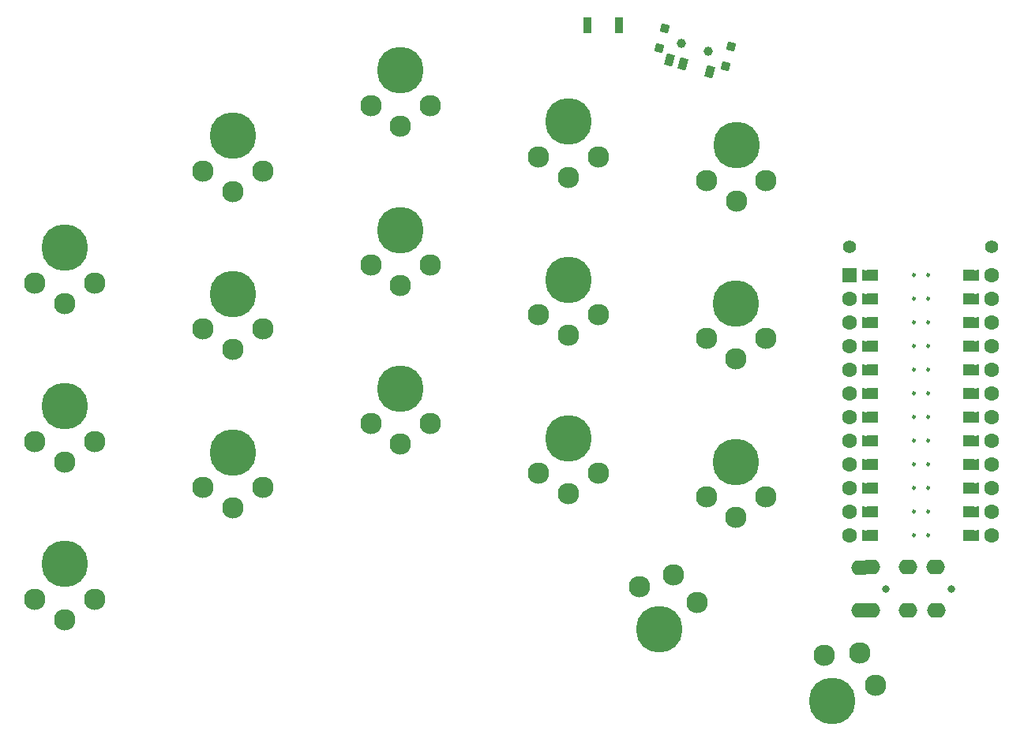
<source format=gbr>
%TF.GenerationSoftware,KiCad,Pcbnew,7.0.5*%
%TF.CreationDate,2023-09-03T18:34:12+02:00*%
%TF.ProjectId,half-swept,68616c66-2d73-4776-9570-742e6b696361,rev?*%
%TF.SameCoordinates,Original*%
%TF.FileFunction,Soldermask,Top*%
%TF.FilePolarity,Negative*%
%FSLAX46Y46*%
G04 Gerber Fmt 4.6, Leading zero omitted, Abs format (unit mm)*
G04 Created by KiCad (PCBNEW 7.0.5) date 2023-09-03 18:34:12*
%MOMM*%
%LPD*%
G01*
G04 APERTURE LIST*
G04 Aperture macros list*
%AMRotRect*
0 Rectangle, with rotation*
0 The origin of the aperture is its center*
0 $1 length*
0 $2 width*
0 $3 Rotation angle, in degrees counterclockwise*
0 Add horizontal line*
21,1,$1,$2,0,0,$3*%
%AMFreePoly0*
4,1,6,0.600000,0.200000,0.000000,-0.400000,-0.600000,0.200000,-0.600000,0.400000,0.600000,0.400000,0.600000,0.200000,0.600000,0.200000,$1*%
%AMFreePoly1*
4,1,6,0.600000,-0.250000,-0.600000,-0.250000,-0.600000,1.000000,0.000000,0.400000,0.600000,1.000000,0.600000,-0.250000,0.600000,-0.250000,$1*%
G04 Aperture macros list end*
%ADD10C,0.250000*%
%ADD11C,0.100000*%
%ADD12C,1.397000*%
%ADD13C,0.800000*%
%ADD14O,2.000000X1.600000*%
%ADD15C,5.000000*%
%ADD16C,2.300000*%
%ADD17C,1.600000*%
%ADD18FreePoly0,270.000000*%
%ADD19FreePoly0,90.000000*%
%ADD20R,1.600000X1.600000*%
%ADD21FreePoly1,90.000000*%
%ADD22FreePoly1,270.000000*%
%ADD23C,1.000000*%
%ADD24RotRect,0.900000X0.900000X344.500000*%
%ADD25RotRect,0.900000X1.250000X344.500000*%
%ADD26R,0.900000X1.700000*%
G04 APERTURE END LIST*
D10*
%TO.C,U1*%
X119759000Y-49022000D02*
G75*
G03*
X119759000Y-49022000I-125000J0D01*
G01*
X118235000Y-49022000D02*
G75*
G03*
X118235000Y-49022000I-125000J0D01*
G01*
X119759000Y-51562000D02*
G75*
G03*
X119759000Y-51562000I-125000J0D01*
G01*
X118235000Y-51562000D02*
G75*
G03*
X118235000Y-51562000I-125000J0D01*
G01*
X119759000Y-54102000D02*
G75*
G03*
X119759000Y-54102000I-125000J0D01*
G01*
X118235000Y-54102000D02*
G75*
G03*
X118235000Y-54102000I-125000J0D01*
G01*
X119759000Y-56642000D02*
G75*
G03*
X119759000Y-56642000I-125000J0D01*
G01*
X118235000Y-56642000D02*
G75*
G03*
X118235000Y-56642000I-125000J0D01*
G01*
X119759000Y-59182000D02*
G75*
G03*
X119759000Y-59182000I-125000J0D01*
G01*
X118235000Y-59182000D02*
G75*
G03*
X118235000Y-59182000I-125000J0D01*
G01*
X119759000Y-61722000D02*
G75*
G03*
X119759000Y-61722000I-125000J0D01*
G01*
X118235000Y-61722000D02*
G75*
G03*
X118235000Y-61722000I-125000J0D01*
G01*
X119759000Y-64262000D02*
G75*
G03*
X119759000Y-64262000I-125000J0D01*
G01*
X118235000Y-64262000D02*
G75*
G03*
X118235000Y-64262000I-125000J0D01*
G01*
X119759000Y-66802000D02*
G75*
G03*
X119759000Y-66802000I-125000J0D01*
G01*
X118235000Y-66802000D02*
G75*
G03*
X118235000Y-66802000I-125000J0D01*
G01*
X119759000Y-69342000D02*
G75*
G03*
X119759000Y-69342000I-125000J0D01*
G01*
X118235000Y-69342000D02*
G75*
G03*
X118235000Y-69342000I-125000J0D01*
G01*
X119759000Y-71882000D02*
G75*
G03*
X119759000Y-71882000I-125000J0D01*
G01*
X118235000Y-71882000D02*
G75*
G03*
X118235000Y-71882000I-125000J0D01*
G01*
X119759000Y-74422000D02*
G75*
G03*
X119759000Y-74422000I-125000J0D01*
G01*
X118235000Y-74422000D02*
G75*
G03*
X118235000Y-74422000I-125000J0D01*
G01*
X119759000Y-76962000D02*
G75*
G03*
X119759000Y-76962000I-125000J0D01*
G01*
X118235000Y-76962000D02*
G75*
G03*
X118235000Y-76962000I-125000J0D01*
G01*
D11*
X113792000Y-49530000D02*
X112776000Y-49530000D01*
X112776000Y-48514000D01*
X113792000Y-48514000D01*
X113792000Y-49530000D01*
G36*
X113792000Y-49530000D02*
G01*
X112776000Y-49530000D01*
X112776000Y-48514000D01*
X113792000Y-48514000D01*
X113792000Y-49530000D01*
G37*
X124968000Y-49530000D02*
X123952000Y-49530000D01*
X123952000Y-48514000D01*
X124968000Y-48514000D01*
X124968000Y-49530000D01*
G36*
X124968000Y-49530000D02*
G01*
X123952000Y-49530000D01*
X123952000Y-48514000D01*
X124968000Y-48514000D01*
X124968000Y-49530000D01*
G37*
X113792000Y-52070000D02*
X112776000Y-52070000D01*
X112776000Y-51054000D01*
X113792000Y-51054000D01*
X113792000Y-52070000D01*
G36*
X113792000Y-52070000D02*
G01*
X112776000Y-52070000D01*
X112776000Y-51054000D01*
X113792000Y-51054000D01*
X113792000Y-52070000D01*
G37*
X124968000Y-52070000D02*
X123952000Y-52070000D01*
X123952000Y-51054000D01*
X124968000Y-51054000D01*
X124968000Y-52070000D01*
G36*
X124968000Y-52070000D02*
G01*
X123952000Y-52070000D01*
X123952000Y-51054000D01*
X124968000Y-51054000D01*
X124968000Y-52070000D01*
G37*
X113792000Y-54610000D02*
X112776000Y-54610000D01*
X112776000Y-53594000D01*
X113792000Y-53594000D01*
X113792000Y-54610000D01*
G36*
X113792000Y-54610000D02*
G01*
X112776000Y-54610000D01*
X112776000Y-53594000D01*
X113792000Y-53594000D01*
X113792000Y-54610000D01*
G37*
X124968000Y-54610000D02*
X123952000Y-54610000D01*
X123952000Y-53594000D01*
X124968000Y-53594000D01*
X124968000Y-54610000D01*
G36*
X124968000Y-54610000D02*
G01*
X123952000Y-54610000D01*
X123952000Y-53594000D01*
X124968000Y-53594000D01*
X124968000Y-54610000D01*
G37*
X113792000Y-57150000D02*
X112776000Y-57150000D01*
X112776000Y-56134000D01*
X113792000Y-56134000D01*
X113792000Y-57150000D01*
G36*
X113792000Y-57150000D02*
G01*
X112776000Y-57150000D01*
X112776000Y-56134000D01*
X113792000Y-56134000D01*
X113792000Y-57150000D01*
G37*
X124968000Y-57150000D02*
X123952000Y-57150000D01*
X123952000Y-56134000D01*
X124968000Y-56134000D01*
X124968000Y-57150000D01*
G36*
X124968000Y-57150000D02*
G01*
X123952000Y-57150000D01*
X123952000Y-56134000D01*
X124968000Y-56134000D01*
X124968000Y-57150000D01*
G37*
X113792000Y-59690000D02*
X112776000Y-59690000D01*
X112776000Y-58674000D01*
X113792000Y-58674000D01*
X113792000Y-59690000D01*
G36*
X113792000Y-59690000D02*
G01*
X112776000Y-59690000D01*
X112776000Y-58674000D01*
X113792000Y-58674000D01*
X113792000Y-59690000D01*
G37*
X124968000Y-59690000D02*
X123952000Y-59690000D01*
X123952000Y-58674000D01*
X124968000Y-58674000D01*
X124968000Y-59690000D01*
G36*
X124968000Y-59690000D02*
G01*
X123952000Y-59690000D01*
X123952000Y-58674000D01*
X124968000Y-58674000D01*
X124968000Y-59690000D01*
G37*
X113792000Y-62230000D02*
X112776000Y-62230000D01*
X112776000Y-61214000D01*
X113792000Y-61214000D01*
X113792000Y-62230000D01*
G36*
X113792000Y-62230000D02*
G01*
X112776000Y-62230000D01*
X112776000Y-61214000D01*
X113792000Y-61214000D01*
X113792000Y-62230000D01*
G37*
X124968000Y-62230000D02*
X123952000Y-62230000D01*
X123952000Y-61214000D01*
X124968000Y-61214000D01*
X124968000Y-62230000D01*
G36*
X124968000Y-62230000D02*
G01*
X123952000Y-62230000D01*
X123952000Y-61214000D01*
X124968000Y-61214000D01*
X124968000Y-62230000D01*
G37*
X113792000Y-64770000D02*
X112776000Y-64770000D01*
X112776000Y-63754000D01*
X113792000Y-63754000D01*
X113792000Y-64770000D01*
G36*
X113792000Y-64770000D02*
G01*
X112776000Y-64770000D01*
X112776000Y-63754000D01*
X113792000Y-63754000D01*
X113792000Y-64770000D01*
G37*
X124968000Y-64770000D02*
X123952000Y-64770000D01*
X123952000Y-63754000D01*
X124968000Y-63754000D01*
X124968000Y-64770000D01*
G36*
X124968000Y-64770000D02*
G01*
X123952000Y-64770000D01*
X123952000Y-63754000D01*
X124968000Y-63754000D01*
X124968000Y-64770000D01*
G37*
X113792000Y-67310000D02*
X112776000Y-67310000D01*
X112776000Y-66294000D01*
X113792000Y-66294000D01*
X113792000Y-67310000D01*
G36*
X113792000Y-67310000D02*
G01*
X112776000Y-67310000D01*
X112776000Y-66294000D01*
X113792000Y-66294000D01*
X113792000Y-67310000D01*
G37*
X124968000Y-67310000D02*
X123952000Y-67310000D01*
X123952000Y-66294000D01*
X124968000Y-66294000D01*
X124968000Y-67310000D01*
G36*
X124968000Y-67310000D02*
G01*
X123952000Y-67310000D01*
X123952000Y-66294000D01*
X124968000Y-66294000D01*
X124968000Y-67310000D01*
G37*
X113792000Y-69850000D02*
X112776000Y-69850000D01*
X112776000Y-68834000D01*
X113792000Y-68834000D01*
X113792000Y-69850000D01*
G36*
X113792000Y-69850000D02*
G01*
X112776000Y-69850000D01*
X112776000Y-68834000D01*
X113792000Y-68834000D01*
X113792000Y-69850000D01*
G37*
X124968000Y-69850000D02*
X123952000Y-69850000D01*
X123952000Y-68834000D01*
X124968000Y-68834000D01*
X124968000Y-69850000D01*
G36*
X124968000Y-69850000D02*
G01*
X123952000Y-69850000D01*
X123952000Y-68834000D01*
X124968000Y-68834000D01*
X124968000Y-69850000D01*
G37*
X113792000Y-72390000D02*
X112776000Y-72390000D01*
X112776000Y-71374000D01*
X113792000Y-71374000D01*
X113792000Y-72390000D01*
G36*
X113792000Y-72390000D02*
G01*
X112776000Y-72390000D01*
X112776000Y-71374000D01*
X113792000Y-71374000D01*
X113792000Y-72390000D01*
G37*
X124968000Y-72390000D02*
X123952000Y-72390000D01*
X123952000Y-71374000D01*
X124968000Y-71374000D01*
X124968000Y-72390000D01*
G36*
X124968000Y-72390000D02*
G01*
X123952000Y-72390000D01*
X123952000Y-71374000D01*
X124968000Y-71374000D01*
X124968000Y-72390000D01*
G37*
X113792000Y-74930000D02*
X112776000Y-74930000D01*
X112776000Y-73914000D01*
X113792000Y-73914000D01*
X113792000Y-74930000D01*
G36*
X113792000Y-74930000D02*
G01*
X112776000Y-74930000D01*
X112776000Y-73914000D01*
X113792000Y-73914000D01*
X113792000Y-74930000D01*
G37*
X124968000Y-74930000D02*
X123952000Y-74930000D01*
X123952000Y-73914000D01*
X124968000Y-73914000D01*
X124968000Y-74930000D01*
G36*
X124968000Y-74930000D02*
G01*
X123952000Y-74930000D01*
X123952000Y-73914000D01*
X124968000Y-73914000D01*
X124968000Y-74930000D01*
G37*
X113792000Y-77470000D02*
X112776000Y-77470000D01*
X112776000Y-76454000D01*
X113792000Y-76454000D01*
X113792000Y-77470000D01*
G36*
X113792000Y-77470000D02*
G01*
X112776000Y-77470000D01*
X112776000Y-76454000D01*
X113792000Y-76454000D01*
X113792000Y-77470000D01*
G37*
X124968000Y-77470000D02*
X123952000Y-77470000D01*
X123952000Y-76454000D01*
X124968000Y-76454000D01*
X124968000Y-77470000D01*
G36*
X124968000Y-77470000D02*
G01*
X123952000Y-77470000D01*
X123952000Y-76454000D01*
X124968000Y-76454000D01*
X124968000Y-77470000D01*
G37*
%TD*%
D12*
%TO.C,B+*%
X126492000Y-45974000D03*
%TD*%
%TO.C,B-*%
X111252000Y-45974000D03*
%TD*%
D13*
%TO.C,J2*%
X122098000Y-82750000D03*
X115098000Y-82750000D03*
D14*
X117478000Y-80420000D03*
X117498000Y-85050000D03*
X120478000Y-80420000D03*
X120498000Y-85050000D03*
X112398000Y-80450000D03*
X112378000Y-85020000D03*
X113478000Y-80420000D03*
X113498000Y-85050000D03*
%TD*%
D15*
%TO.C,SW1*%
X27080000Y-46080000D03*
D16*
X27080000Y-52080000D03*
X23880000Y-49880000D03*
X30280000Y-49880000D03*
%TD*%
D15*
%TO.C,SW2*%
X45080000Y-34080000D03*
D16*
X45080000Y-40080000D03*
X41880000Y-37880000D03*
X48280000Y-37880000D03*
%TD*%
D15*
%TO.C,SW3*%
X63080000Y-27080000D03*
D16*
X63080000Y-33080000D03*
X59880000Y-30880000D03*
X66280000Y-30880000D03*
%TD*%
D15*
%TO.C,SW4*%
X81080000Y-32580000D03*
D16*
X81080000Y-38580000D03*
X77880000Y-36380000D03*
X84280000Y-36380000D03*
%TD*%
D15*
%TO.C,SW5*%
X99080000Y-35080000D03*
D16*
X99080000Y-41080000D03*
X95880000Y-38880000D03*
X102280000Y-38880000D03*
%TD*%
D15*
%TO.C,SW6*%
X27080000Y-63080000D03*
D16*
X27080000Y-69080000D03*
X23880000Y-66880000D03*
X30280000Y-66880000D03*
%TD*%
D15*
%TO.C,SW7*%
X45080000Y-51054000D03*
D16*
X45080000Y-57054000D03*
X41880000Y-54854000D03*
X48280000Y-54854000D03*
%TD*%
D15*
%TO.C,SW8*%
X63080000Y-44196000D03*
D16*
X63080000Y-50196000D03*
X59880000Y-47996000D03*
X66280000Y-47996000D03*
%TD*%
D15*
%TO.C,SW9*%
X81080000Y-49530000D03*
D16*
X81080000Y-55530000D03*
X77880000Y-53330000D03*
X84280000Y-53330000D03*
%TD*%
D15*
%TO.C,SW10*%
X99060000Y-52070000D03*
D16*
X99060000Y-58070000D03*
X95860000Y-55870000D03*
X102260000Y-55870000D03*
%TD*%
D15*
%TO.C,SW11*%
X27080000Y-80080000D03*
D16*
X27080000Y-86080000D03*
X23880000Y-83880000D03*
X30280000Y-83880000D03*
%TD*%
D15*
%TO.C,SW12*%
X45080000Y-68072000D03*
D16*
X45080000Y-74072000D03*
X41880000Y-71872000D03*
X48280000Y-71872000D03*
%TD*%
D15*
%TO.C,SW13*%
X63080000Y-61214000D03*
D16*
X63080000Y-67214000D03*
X59880000Y-65014000D03*
X66280000Y-65014000D03*
%TD*%
D15*
%TO.C,SW14*%
X81080000Y-66548000D03*
D16*
X81080000Y-72548000D03*
X77880000Y-70348000D03*
X84280000Y-70348000D03*
%TD*%
D15*
%TO.C,SW15*%
X99060000Y-69088000D03*
D16*
X99060000Y-75088000D03*
X95860000Y-72888000D03*
X102260000Y-72888000D03*
%TD*%
D15*
%TO.C,SW17*%
X109356000Y-94780000D03*
D16*
X112356000Y-89583848D03*
X114027281Y-93089103D03*
X108484719Y-89889103D03*
%TD*%
D15*
%TO.C,SW16*%
X90796000Y-87030000D03*
D16*
X92348914Y-81234445D03*
X94870475Y-84187703D03*
X88688550Y-82531261D03*
%TD*%
D17*
%TO.C,U1*%
X126492000Y-49022000D03*
D18*
X124714000Y-49022000D03*
D19*
X113030000Y-49022000D03*
D17*
X111252000Y-49022000D03*
D20*
X111252000Y-49022000D03*
D17*
X126492000Y-51562000D03*
D18*
X124714000Y-51562000D03*
D19*
X113030000Y-51562000D03*
D17*
X111252000Y-51562000D03*
X126492000Y-54102000D03*
D18*
X124714000Y-54102000D03*
D19*
X113030000Y-54102000D03*
D17*
X111252000Y-54102000D03*
X126492000Y-56642000D03*
D18*
X124714000Y-56642000D03*
D19*
X113030000Y-56642000D03*
D17*
X111252000Y-56642000D03*
X126492000Y-59182000D03*
D18*
X124714000Y-59182000D03*
D19*
X113030000Y-59182000D03*
D17*
X111252000Y-59182000D03*
X126492000Y-61722000D03*
D18*
X124714000Y-61722000D03*
D19*
X113030000Y-61722000D03*
D17*
X111252000Y-61722000D03*
X126492000Y-64262000D03*
D18*
X124714000Y-64262000D03*
D19*
X113030000Y-64262000D03*
D17*
X111252000Y-64262000D03*
X126492000Y-66802000D03*
D18*
X124714000Y-66802000D03*
D19*
X113030000Y-66802000D03*
D17*
X111252000Y-66802000D03*
X126492000Y-69342000D03*
D18*
X124714000Y-69342000D03*
D19*
X113030000Y-69342000D03*
D17*
X111252000Y-69342000D03*
X126492000Y-71882000D03*
D18*
X124714000Y-71882000D03*
D19*
X113030000Y-71882000D03*
D17*
X111252000Y-71882000D03*
X126492000Y-74422000D03*
D18*
X124714000Y-74422000D03*
D19*
X113030000Y-74422000D03*
D17*
X111252000Y-74422000D03*
X126492000Y-76962000D03*
D18*
X124714000Y-76962000D03*
D19*
X113030000Y-76962000D03*
D17*
X111252000Y-76962000D03*
D21*
X114046000Y-49022000D03*
X114046000Y-51562000D03*
X114046000Y-54102000D03*
X114046000Y-56642000D03*
X114046000Y-59182000D03*
X114046000Y-61722000D03*
X114046000Y-64262000D03*
X114046000Y-66802000D03*
X114046000Y-69342000D03*
X114046000Y-71882000D03*
X114046000Y-74422000D03*
X114046000Y-76962000D03*
D22*
X123698000Y-76962000D03*
X123698000Y-74422000D03*
X123698000Y-71882000D03*
X123698000Y-69342000D03*
X123698000Y-66802000D03*
X123698000Y-64262000D03*
X123698000Y-61722000D03*
X123698000Y-59182000D03*
X123698000Y-56642000D03*
X123698000Y-54102000D03*
X123698000Y-51562000D03*
X123698000Y-49022000D03*
%TD*%
D23*
%TO.C,POWER SW*%
X93194954Y-24169715D03*
X96085846Y-24971431D03*
D24*
X91368930Y-22521798D03*
X90781005Y-24641785D03*
X98499795Y-24499361D03*
X97911870Y-26619348D03*
D25*
X96254049Y-27171393D03*
X93363158Y-26369676D03*
X91917712Y-25968820D03*
%TD*%
D26*
%TO.C,RSW2*%
X83085200Y-22250400D03*
X86485200Y-22250400D03*
%TD*%
M02*

</source>
